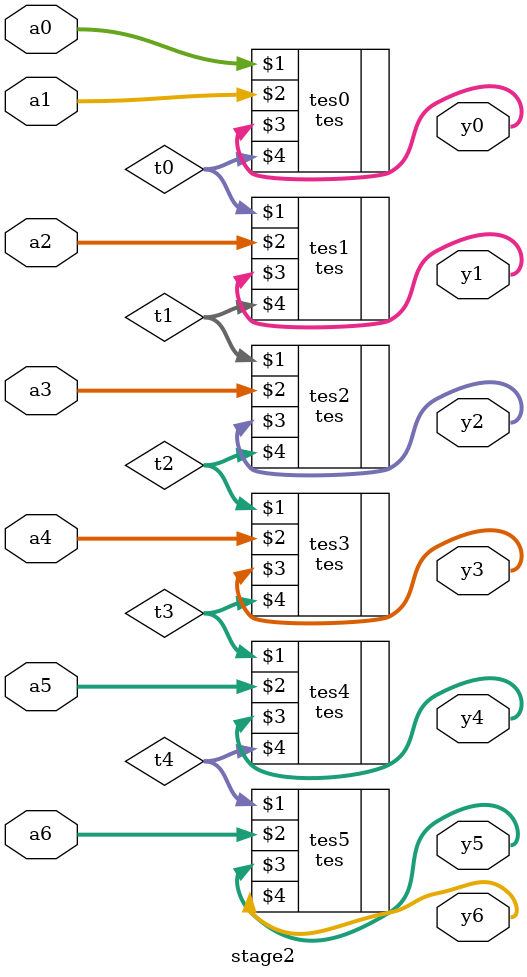
<source format=sv>
/*
	Author : Vishnu Prakash Bharadwaj
	Module : stage2.sv
*/
`include "tes.sv"

module stage2(
	input [7:0] a0,
	input [7:0] a1,
	input [7:0] a2,
	input [7:0] a3,
	input [7:0] a4,
	input [7:0] a5,
	input [7:0] a6,
	output [7:0] y0,
	output [7:0] y1,
	output [7:0] y2,
	output [7:0] y3,
	output [7:0] y4,
	output [7:0] y5,
	output [7:0] y6
);
	wire [7:0] t0, t1, t2, t3, t4, t5;

	// module instances
	tes tes0(a0, a1, y0, t0);
	tes tes1(t0, a2, y1, t1);
	tes tes2(t1, a3, y2, t2);
	tes tes3(t2, a4, y3, t3);
	tes tes4(t3, a5, y4, t4);
	tes tes5(t4, a6, y5, y6);

endmodule


</source>
